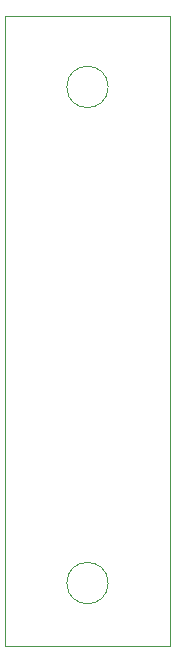
<source format=gbr>
%TF.GenerationSoftware,KiCad,Pcbnew,(5.1.6)-1*%
%TF.CreationDate,2020-12-18T19:23:39+01:00*%
%TF.ProjectId,rc-emitter_tft_trim_board,72632d65-6d69-4747-9465-725f7466745f,rev?*%
%TF.SameCoordinates,Original*%
%TF.FileFunction,Profile,NP*%
%FSLAX46Y46*%
G04 Gerber Fmt 4.6, Leading zero omitted, Abs format (unit mm)*
G04 Created by KiCad (PCBNEW (5.1.6)-1) date 2020-12-18 19:23:39*
%MOMM*%
%LPD*%
G01*
G04 APERTURE LIST*
%TA.AperFunction,Profile*%
%ADD10C,0.100000*%
%TD*%
G04 APERTURE END LIST*
D10*
X157750000Y-67000000D02*
G75*
G03*
X157750000Y-67000000I-1750000J0D01*
G01*
X157750000Y-109000000D02*
G75*
G03*
X157750000Y-109000000I-1750000J0D01*
G01*
X149000000Y-114300000D02*
X149000000Y-61000000D01*
X163000000Y-114300000D02*
X149000000Y-114300000D01*
X163000000Y-61000000D02*
X163000000Y-114300000D01*
X149000000Y-61000000D02*
X163000000Y-61000000D01*
M02*

</source>
